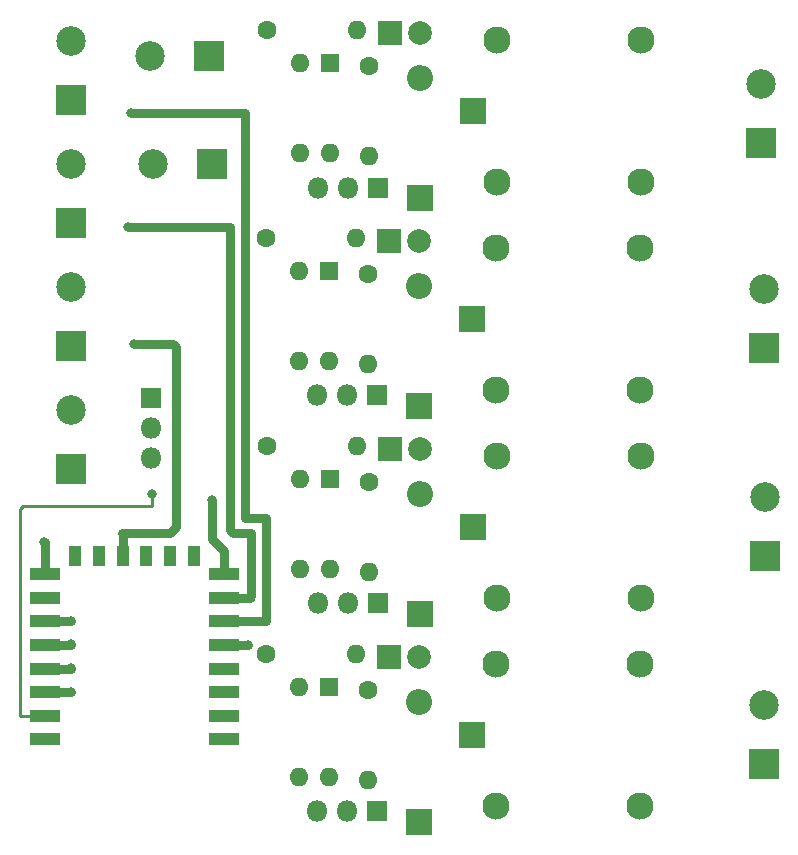
<source format=gbr>
%TF.GenerationSoftware,KiCad,Pcbnew,(6.0.10)*%
%TF.CreationDate,2023-01-21T19:58:42+05:30*%
%TF.ProjectId,Micro MCU V2,4d696372-6f20-44d4-9355-2056322e6b69,rev?*%
%TF.SameCoordinates,Original*%
%TF.FileFunction,Copper,L1,Top*%
%TF.FilePolarity,Positive*%
%FSLAX46Y46*%
G04 Gerber Fmt 4.6, Leading zero omitted, Abs format (unit mm)*
G04 Created by KiCad (PCBNEW (6.0.10)) date 2023-01-21 19:58:42*
%MOMM*%
%LPD*%
G01*
G04 APERTURE LIST*
%TA.AperFunction,ComponentPad*%
%ADD10R,2.000000X2.000000*%
%TD*%
%TA.AperFunction,ComponentPad*%
%ADD11C,2.000000*%
%TD*%
%TA.AperFunction,ComponentPad*%
%ADD12R,1.600000X1.600000*%
%TD*%
%TA.AperFunction,ComponentPad*%
%ADD13O,1.600000X1.600000*%
%TD*%
%TA.AperFunction,ComponentPad*%
%ADD14R,2.500000X2.500000*%
%TD*%
%TA.AperFunction,ComponentPad*%
%ADD15C,2.500000*%
%TD*%
%TA.AperFunction,ComponentPad*%
%ADD16R,1.800000X1.800000*%
%TD*%
%TA.AperFunction,ComponentPad*%
%ADD17O,1.800000X1.800000*%
%TD*%
%TA.AperFunction,ComponentPad*%
%ADD18C,1.600000*%
%TD*%
%TA.AperFunction,ComponentPad*%
%ADD19R,2.300000X2.300000*%
%TD*%
%TA.AperFunction,ComponentPad*%
%ADD20C,2.300000*%
%TD*%
%TA.AperFunction,ComponentPad*%
%ADD21R,2.200000X2.200000*%
%TD*%
%TA.AperFunction,ComponentPad*%
%ADD22O,2.200000X2.200000*%
%TD*%
%TA.AperFunction,SMDPad,CuDef*%
%ADD23R,2.500000X1.000000*%
%TD*%
%TA.AperFunction,SMDPad,CuDef*%
%ADD24R,1.000000X1.800000*%
%TD*%
%TA.AperFunction,ViaPad*%
%ADD25C,0.800000*%
%TD*%
%TA.AperFunction,Conductor*%
%ADD26C,0.750000*%
%TD*%
%TA.AperFunction,Conductor*%
%ADD27C,0.250000*%
%TD*%
G04 APERTURE END LIST*
D10*
%TO.P,D1,1*%
%TO.N,N/C*%
X169182000Y-81256000D03*
D11*
%TO.P,D1,2*%
X171722000Y-81256000D03*
%TD*%
D12*
%TO.P,U1,1*%
%TO.N,N/C*%
X164051000Y-101406000D03*
D13*
%TO.P,U1,2*%
%TO.N,GND*%
X161511000Y-101406000D03*
%TO.P,U1,3*%
%TO.N,N/C*%
X161511000Y-109026000D03*
%TO.P,U1,4*%
X164051000Y-109026000D03*
%TD*%
D14*
%TO.P,J1,1*%
%TO.N,N/C*%
X142240000Y-82978000D03*
D15*
%TO.P,J1,2*%
%TO.N,GND*%
X142240000Y-77978000D03*
%TD*%
D16*
%TO.P,Q1,1,E*%
%TO.N,GND*%
X148977000Y-76962000D03*
D17*
%TO.P,Q1,2,C*%
%TO.N,N/C*%
X148977000Y-79502000D03*
%TO.P,Q1,3,B*%
X148977000Y-82042000D03*
%TD*%
D14*
%TO.P,J1,1*%
%TO.N,N/C*%
X200932000Y-90360000D03*
D15*
%TO.P,J1,2*%
X200932000Y-85360000D03*
%TD*%
D18*
%TO.P,R2,1*%
%TO.N,N/C*%
X167404000Y-48850000D03*
D13*
%TO.P,R2,2*%
X167404000Y-56470000D03*
%TD*%
D19*
%TO.P,RLY1,1,COM*%
%TO.N,N/C*%
X176230000Y-87860000D03*
D20*
%TO.P,RLY1,2*%
X178230000Y-93860000D03*
%TO.P,RLY1,3,NO*%
X190430000Y-93860000D03*
%TO.P,RLY1,4,NC*%
X190430000Y-81860000D03*
%TO.P,RLY1,5*%
X178230000Y-81860000D03*
%TD*%
D10*
%TO.P,D1,1*%
%TO.N,N/C*%
X169126000Y-98856000D03*
D11*
%TO.P,D1,2*%
X171666000Y-98856000D03*
%TD*%
D12*
%TO.P,U1,1*%
%TO.N,N/C*%
X164107000Y-83806000D03*
D13*
%TO.P,U1,2*%
%TO.N,GND*%
X161567000Y-83806000D03*
%TO.P,U1,3*%
%TO.N,N/C*%
X161567000Y-91426000D03*
%TO.P,U1,4*%
X164107000Y-91426000D03*
%TD*%
D14*
%TO.P,J1,1*%
%TO.N,N/C*%
X142240000Y-51736000D03*
D15*
%TO.P,J1,2*%
%TO.N,GND*%
X142240000Y-46736000D03*
%TD*%
D21*
%TO.P,D2,1,K*%
%TO.N,N/C*%
X171722000Y-60026000D03*
D22*
%TO.P,D2,2,A*%
X171722000Y-49866000D03*
%TD*%
D23*
%TO.P,REF\u002A\u002A,1*%
%TO.N,N/C*%
X155172000Y-105860000D03*
%TO.P,REF\u002A\u002A,2*%
X155172000Y-103860000D03*
%TO.P,REF\u002A\u002A,3*%
X155172000Y-101860000D03*
%TO.P,REF\u002A\u002A,4*%
X155172000Y-99860000D03*
%TO.P,REF\u002A\u002A,5*%
X155172000Y-97860000D03*
%TO.P,REF\u002A\u002A,6*%
X155172000Y-95860000D03*
%TO.P,REF\u002A\u002A,7*%
X155172000Y-93860000D03*
%TO.P,REF\u002A\u002A,8*%
X155172000Y-91860000D03*
D24*
%TO.P,REF\u002A\u002A,9*%
X152572000Y-90360000D03*
%TO.P,REF\u002A\u002A,10*%
X150572000Y-90360000D03*
%TO.P,REF\u002A\u002A,11*%
X148572000Y-90360000D03*
%TO.P,REF\u002A\u002A,12*%
X146572000Y-90360000D03*
%TO.P,REF\u002A\u002A,13*%
X144572000Y-90360000D03*
%TO.P,REF\u002A\u002A,14*%
X142572000Y-90360000D03*
D23*
%TO.P,REF\u002A\u002A,15*%
%TO.N,GND*%
X139972000Y-91860000D03*
%TO.P,REF\u002A\u002A,16*%
%TO.N,N/C*%
X139972000Y-93860000D03*
%TO.P,REF\u002A\u002A,17*%
X139972000Y-95860000D03*
%TO.P,REF\u002A\u002A,18*%
X139972000Y-97860000D03*
%TO.P,REF\u002A\u002A,19*%
X139972000Y-99860000D03*
%TO.P,REF\u002A\u002A,20*%
X139972000Y-101860000D03*
%TO.P,REF\u002A\u002A,21*%
X139972000Y-103860000D03*
%TO.P,REF\u002A\u002A,22*%
X139972000Y-105860000D03*
%TD*%
D19*
%TO.P,RLY1,1,COM*%
%TO.N,N/C*%
X176174000Y-70260000D03*
D20*
%TO.P,RLY1,2*%
X178174000Y-76260000D03*
%TO.P,RLY1,3,NO*%
X190374000Y-76260000D03*
%TO.P,RLY1,4,NC*%
X190374000Y-64260000D03*
%TO.P,RLY1,5*%
X178174000Y-64260000D03*
%TD*%
D14*
%TO.P,J1,1*%
%TO.N,N/C*%
X200876000Y-72760000D03*
D15*
%TO.P,J1,2*%
X200876000Y-67760000D03*
%TD*%
D16*
%TO.P,Q1,1,E*%
%TO.N,GND*%
X168166000Y-94343000D03*
D17*
%TO.P,Q1,2,C*%
%TO.N,N/C*%
X165626000Y-94343000D03*
%TO.P,Q1,3,B*%
X163086000Y-94343000D03*
%TD*%
D14*
%TO.P,J1,1*%
%TO.N,N/C*%
X200660000Y-55332000D03*
D15*
%TO.P,J1,2*%
X200660000Y-50332000D03*
%TD*%
D18*
%TO.P,R2,1*%
%TO.N,N/C*%
X167348000Y-101650000D03*
D13*
%TO.P,R2,2*%
X167348000Y-109270000D03*
%TD*%
D18*
%TO.P,R2,1*%
%TO.N,N/C*%
X167348000Y-66450000D03*
D13*
%TO.P,R2,2*%
X167348000Y-74070000D03*
%TD*%
D21*
%TO.P,D2,1,K*%
%TO.N,N/C*%
X171666000Y-112826000D03*
D22*
%TO.P,D2,2,A*%
X171666000Y-102666000D03*
%TD*%
D14*
%TO.P,J1,1*%
%TO.N,N/C*%
X142240000Y-72564000D03*
D15*
%TO.P,J1,2*%
%TO.N,GND*%
X142240000Y-67564000D03*
%TD*%
D19*
%TO.P,RLY1,1,COM*%
%TO.N,N/C*%
X176174000Y-105460000D03*
D20*
%TO.P,RLY1,2*%
X178174000Y-111460000D03*
%TO.P,RLY1,3,NO*%
X190374000Y-111460000D03*
%TO.P,RLY1,4,NC*%
X190374000Y-99460000D03*
%TO.P,RLY1,5*%
X178174000Y-99460000D03*
%TD*%
D19*
%TO.P,RLY1,1,COM*%
%TO.N,N/C*%
X176230000Y-52660000D03*
D20*
%TO.P,RLY1,2*%
X178230000Y-58660000D03*
%TO.P,RLY1,3,NO*%
X190430000Y-58660000D03*
%TO.P,RLY1,4,NC*%
X190430000Y-46660000D03*
%TO.P,RLY1,5*%
X178230000Y-46660000D03*
%TD*%
D14*
%TO.P,J1,1*%
%TO.N,N/C*%
X200876000Y-107960000D03*
D15*
%TO.P,J1,2*%
X200876000Y-102960000D03*
%TD*%
D14*
%TO.P,J1,1*%
%TO.N,GND*%
X154138000Y-57150000D03*
D15*
%TO.P,J1,2*%
%TO.N,N/C*%
X149138000Y-57150000D03*
%TD*%
D16*
%TO.P,Q1,1,E*%
%TO.N,GND*%
X168110000Y-76743000D03*
D17*
%TO.P,Q1,2,C*%
%TO.N,N/C*%
X165570000Y-76743000D03*
%TO.P,Q1,3,B*%
X163030000Y-76743000D03*
%TD*%
D14*
%TO.P,J1,1*%
%TO.N,N/C*%
X153884000Y-48006000D03*
D15*
%TO.P,J1,2*%
%TO.N,GND*%
X148884000Y-48006000D03*
%TD*%
D21*
%TO.P,D2,1,K*%
%TO.N,N/C*%
X171722000Y-95226000D03*
D22*
%TO.P,D2,2,A*%
X171722000Y-85066000D03*
%TD*%
D12*
%TO.P,U1,1*%
%TO.N,N/C*%
X164051000Y-66206000D03*
D13*
%TO.P,U1,2*%
%TO.N,GND*%
X161511000Y-66206000D03*
%TO.P,U1,3*%
%TO.N,N/C*%
X161511000Y-73826000D03*
%TO.P,U1,4*%
X164051000Y-73826000D03*
%TD*%
D18*
%TO.P,R1,1*%
%TO.N,N/C*%
X158712000Y-63402000D03*
D13*
%TO.P,R1,2*%
X166332000Y-63402000D03*
%TD*%
D21*
%TO.P,D2,1,K*%
%TO.N,N/C*%
X171666000Y-77626000D03*
D22*
%TO.P,D2,2,A*%
X171666000Y-67466000D03*
%TD*%
D14*
%TO.P,J1,1*%
%TO.N,N/C*%
X142240000Y-62150000D03*
D15*
%TO.P,J1,2*%
%TO.N,GND*%
X142240000Y-57150000D03*
%TD*%
D16*
%TO.P,Q1,1,E*%
%TO.N,GND*%
X168110000Y-111943000D03*
D17*
%TO.P,Q1,2,C*%
%TO.N,N/C*%
X165570000Y-111943000D03*
%TO.P,Q1,3,B*%
X163030000Y-111943000D03*
%TD*%
D16*
%TO.P,Q1,1,E*%
%TO.N,GND*%
X168166000Y-59143000D03*
D17*
%TO.P,Q1,2,C*%
%TO.N,N/C*%
X165626000Y-59143000D03*
%TO.P,Q1,3,B*%
X163086000Y-59143000D03*
%TD*%
D18*
%TO.P,R1,1*%
%TO.N,N/C*%
X158712000Y-98602000D03*
D13*
%TO.P,R1,2*%
X166332000Y-98602000D03*
%TD*%
D10*
%TO.P,D1,1*%
%TO.N,N/C*%
X169182000Y-46056000D03*
D11*
%TO.P,D1,2*%
X171722000Y-46056000D03*
%TD*%
D10*
%TO.P,D1,1*%
%TO.N,N/C*%
X169126000Y-63656000D03*
D11*
%TO.P,D1,2*%
X171666000Y-63656000D03*
%TD*%
D18*
%TO.P,R2,1*%
%TO.N,N/C*%
X167404000Y-84050000D03*
D13*
%TO.P,R2,2*%
X167404000Y-91670000D03*
%TD*%
D18*
%TO.P,R1,1*%
%TO.N,N/C*%
X158768000Y-81002000D03*
D13*
%TO.P,R1,2*%
X166388000Y-81002000D03*
%TD*%
D12*
%TO.P,U1,1*%
%TO.N,N/C*%
X164107000Y-48606000D03*
D13*
%TO.P,U1,2*%
%TO.N,GND*%
X161567000Y-48606000D03*
%TO.P,U1,3*%
%TO.N,N/C*%
X161567000Y-56226000D03*
%TO.P,U1,4*%
X164107000Y-56226000D03*
%TD*%
D18*
%TO.P,R1,1*%
%TO.N,N/C*%
X158768000Y-45802000D03*
D13*
%TO.P,R1,2*%
X166388000Y-45802000D03*
%TD*%
D25*
%TO.N,*%
X142240000Y-101860000D03*
X147066000Y-62484000D03*
X147574000Y-72390000D03*
X154178000Y-85598000D03*
X157210000Y-97860000D03*
X149098000Y-85090000D03*
X139954000Y-89154000D03*
X142240000Y-99822000D03*
X142240000Y-97790000D03*
X147320000Y-52832000D03*
X142240000Y-95860000D03*
%TD*%
D26*
%TO.N,*%
X156972000Y-87122000D02*
X156972000Y-52832000D01*
X156972000Y-52832000D02*
X147320000Y-52832000D01*
X158750000Y-87122000D02*
X156972000Y-87122000D01*
X158750000Y-95860000D02*
X158750000Y-87122000D01*
X155172000Y-95860000D02*
X158750000Y-95860000D01*
D27*
X149098000Y-86106000D02*
X149098000Y-85090000D01*
D26*
X155702000Y-88138000D02*
X155702000Y-62484000D01*
X157480000Y-88392000D02*
X155956000Y-88392000D01*
X146572000Y-88406000D02*
X146558000Y-88392000D01*
X150876000Y-72390000D02*
X147574000Y-72390000D01*
D27*
X139972000Y-103860000D02*
X139946000Y-103886000D01*
D26*
X139972000Y-99860000D02*
X142202000Y-99860000D01*
X155172000Y-89894000D02*
X154178000Y-88900000D01*
X155956000Y-88392000D02*
X155702000Y-88138000D01*
X139972000Y-95860000D02*
X142240000Y-95860000D01*
X151130000Y-72644000D02*
X150876000Y-72390000D01*
X151130000Y-87884000D02*
X151130000Y-72644000D01*
X150622000Y-88392000D02*
X151130000Y-87884000D01*
D27*
X137922000Y-86360000D02*
X138176000Y-86106000D01*
D26*
X155702000Y-62484000D02*
X147066000Y-62484000D01*
X157360000Y-93860000D02*
X157480000Y-93740000D01*
D27*
X139946000Y-103886000D02*
X137922000Y-103886000D01*
D26*
X155172000Y-93860000D02*
X157360000Y-93860000D01*
X157210000Y-97860000D02*
X155172000Y-97860000D01*
X157480000Y-93740000D02*
X157480000Y-88392000D01*
X146572000Y-90360000D02*
X146572000Y-88406000D01*
D27*
X137922000Y-103886000D02*
X137922000Y-86360000D01*
D26*
X142202000Y-99860000D02*
X142240000Y-99822000D01*
X146558000Y-88392000D02*
X150622000Y-88392000D01*
X155172000Y-91860000D02*
X155172000Y-89894000D01*
X142170000Y-97860000D02*
X142240000Y-97790000D01*
D27*
X138176000Y-86106000D02*
X149098000Y-86106000D01*
D26*
X139972000Y-101860000D02*
X142240000Y-101860000D01*
X154178000Y-88900000D02*
X154178000Y-85598000D01*
X139972000Y-97860000D02*
X142170000Y-97860000D01*
%TO.N,GND*%
X139972000Y-89172000D02*
X139954000Y-89154000D01*
X139972000Y-91860000D02*
X139972000Y-89172000D01*
%TD*%
M02*

</source>
